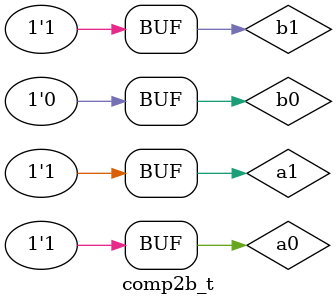
<source format=v>
module comp2b_t();
wire l,g,e;
reg a0,a1,b0,b1;
comp2b c1 (l,g,e,a0,a1,b0,b1);
initial 
begin 
#100; a1=0; a0=0; b1=1; b0=1;
#100; a1=0; a0=0; b1=0; b0=1;
#100; a1=1; a0=0; b1=1; b0=1;
#100; a1=1; a0=1; b1=1; b0=1;
#100; a1=0; a0=0; b1=0; b0=0;
#100; a1=0; a0=1; b1=0; b0=0;
#100; a1=1; a0=0; b1=0; b0=0;
#100; a1=1; a0=1; b1=1; b0=0;
end
endmodule
</source>
